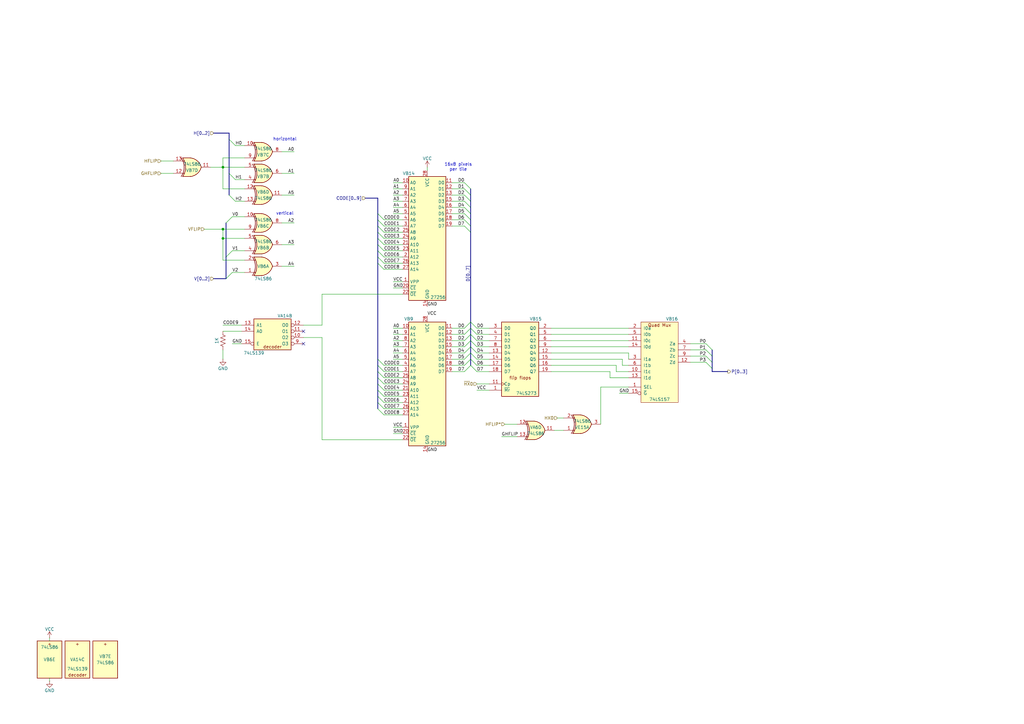
<source format=kicad_sch>
(kicad_sch (version 20231120) (generator "eeschema") (generator_version "8.0")
  (paper "A3")
  (title_block (date "2024-10-12") (company "JOTEGO") (comment 1 "Jose Tejada"))
  (lib_symbols
    (symbol "Device:R_US" (pin_numbers hide) (pin_names (offset 0))
      (property "Reference" "R" (at 2.54 0 90))
      (property "Value" "R_US" (at -2.54 0 90))
      (symbol "R_US_0_1"
        (polyline (pts (xy 0 -2.286) (xy 0 -2.54)))
        (polyline (pts (xy 0 2.286) (xy 0 2.54)))
        (polyline (pts (xy 0 -0.762) (xy 1.016 -1.143) (xy 0 -1.524) (xy -1.016 -1.905) (xy 0 -2.286)))
        (polyline (pts (xy 0 0.762) (xy 1.016 0.381) (xy 0 0) (xy -1.016 -0.381) (xy 0 -0.762)))
        (polyline (pts (xy 0 2.286) (xy 1.016 1.905) (xy 0 1.524) (xy -1.016 1.143) (xy 0 0.762)))
      )
      (symbol "R_US_1_1"
        (pin passive line (at 0 3.81 270) (length 1.27) (name "~") (number "1"))
        (pin passive line (at 0 -3.81 90) (length 1.27) (name "~") (number "2"))
      )
    )
    (symbol "Memory_EPROM:27256"
      (property "Reference" "U" (at -7.62 26.67 0))
      (property "Value" "27256" (at 2.54 -26.67 0))
      (symbol "27256_1_1"
        (rectangle (start -7.62 25.4) (end 7.62 -25.4) (stroke (width 0.254)) (fill (type background)))
        (pin input line (at -10.16 -17.78 0) (length 2.54) (name "VPP") (number "1"))
        (pin input line (at -10.16 22.86 0) (length 2.54) (name "A0") (number "10"))
        (pin tri_state line (at 10.16 22.86 180) (length 2.54) (name "D0") (number "11"))
        (pin tri_state line (at 10.16 20.32 180) (length 2.54) (name "D1") (number "12"))
        (pin tri_state line (at 10.16 17.78 180) (length 2.54) (name "D2") (number "13"))
        (pin power_in line (at 0 -27.94 90) (length 2.54) (name "GND") (number "14"))
        (pin tri_state line (at 10.16 15.24 180) (length 2.54) (name "D3") (number "15"))
        (pin tri_state line (at 10.16 12.7 180) (length 2.54) (name "D4") (number "16"))
        (pin tri_state line (at 10.16 10.16 180) (length 2.54) (name "D5") (number "17"))
        (pin tri_state line (at 10.16 7.62 180) (length 2.54) (name "D6") (number "18"))
        (pin tri_state line (at 10.16 5.08 180) (length 2.54) (name "D7") (number "19"))
        (pin input line (at -10.16 -7.62 0) (length 2.54) (name "A12") (number "2"))
        (pin input line (at -10.16 -20.32 0) (length 2.54) (name "~{CE}") (number "20"))
        (pin input line (at -10.16 -2.54 0) (length 2.54) (name "A10") (number "21"))
        (pin input line (at -10.16 -22.86 0) (length 2.54) (name "~{OE}") (number "22"))
        (pin input line (at -10.16 -5.08 0) (length 2.54) (name "A11") (number "23"))
        (pin input line (at -10.16 0 0) (length 2.54) (name "A9") (number "24"))
        (pin input line (at -10.16 2.54 0) (length 2.54) (name "A8") (number "25"))
        (pin input line (at -10.16 -10.16 0) (length 2.54) (name "A13") (number "26"))
        (pin input line (at -10.16 -12.7 0) (length 2.54) (name "A14") (number "27"))
        (pin power_in line (at 0 27.94 270) (length 2.54) (name "VCC") (number "28"))
        (pin input line (at -10.16 5.08 0) (length 2.54) (name "A7") (number "3"))
        (pin input line (at -10.16 7.62 0) (length 2.54) (name "A6") (number "4"))
        (pin input line (at -10.16 10.16 0) (length 2.54) (name "A5") (number "5"))
        (pin input line (at -10.16 12.7 0) (length 2.54) (name "A4") (number "6"))
        (pin input line (at -10.16 15.24 0) (length 2.54) (name "A3") (number "7"))
        (pin input line (at -10.16 17.78 0) (length 2.54) (name "A2") (number "8"))
        (pin input line (at -10.16 20.32 0) (length 2.54) (name "A1") (number "9"))
      )
    )
    (symbol "jt74:74LS139" (pin_names (offset 1.016))
      (property "Reference" "U" (at 6.35 6.35 0))
      (property "Value" "74LS139" (at -7.62 -8.89 0))
      (symbol "74LS139_0_0"
        (text "decoder" (at 0 -6.35 0) (effects (font (size 1.27 1.27))))
      )
      (symbol "74LS139_1_0"
        (pin input inverted (at -12.7 -5.08 0) (length 5.08) (name "E") (number "1"))
        (pin input line (at -12.7 0 0) (length 5.08) (name "A0") (number "2"))
        (pin input line (at -12.7 2.54 0) (length 5.08) (name "A1") (number "3"))
        (pin output inverted (at 12.7 2.54 180) (length 5.08) (name "O0") (number "4"))
        (pin output inverted (at 12.7 0 180) (length 5.08) (name "O1") (number "5"))
        (pin output inverted (at 12.7 -2.54 180) (length 5.08) (name "O2") (number "6"))
        (pin output inverted (at 12.7 -5.08 180) (length 5.08) (name "O3") (number "7"))
      )
      (symbol "74LS139_1_1"
        (rectangle (start -7.62 5.08) (end 7.62 -7.62) (stroke (width 0.254)) (fill (type background)))
      )
      (symbol "74LS139_2_0"
        (pin output inverted (at 12.7 -2.54 180) (length 5.08) (name "O2") (number "10"))
        (pin output inverted (at 12.7 0 180) (length 5.08) (name "O1") (number "11"))
        (pin output inverted (at 12.7 2.54 180) (length 5.08) (name "O0") (number "12"))
        (pin input line (at -12.7 2.54 0) (length 5.08) (name "A1") (number "13"))
        (pin input line (at -12.7 0 0) (length 5.08) (name "A0") (number "14"))
        (pin input inverted (at -12.7 -5.08 0) (length 5.08) (name "E") (number "15"))
        (pin output inverted (at 12.7 -5.08 180) (length 5.08) (name "O3") (number "9"))
      )
      (symbol "74LS139_2_1"
        (rectangle (start -7.62 5.08) (end 7.62 -7.62) (stroke (width 0.254)) (fill (type background)))
      )
      (symbol "74LS139_3_0"
        (pin power_in line (at 0 7.62 270) (length 5.08) hide (name "VCC") (number "16"))
        (pin power_in line (at 0 -7.62 90) (length 5.08) hide (name "VSS") (number "8"))
      )
      (symbol "74LS139_3_1"
        (rectangle (start -5.08 7.62) (end 5.08 -7.62) (stroke (width 0.254)) (fill (type background)))
        (text "+" (at 0 6.35 0) (effects (font (size 1.27 1.27))))
      )
    )
    (symbol "jt74:74LS157" (pin_names (offset 1.016))
      (property "Reference" "U" (at 5.08 16.51 0))
      (property "Value" "74LS157" (at 0 -16.51 0))
      (symbol "74LS157_0_0"
        (text "Quad Mux" (at 0 13.97 0) (effects (font (size 1.27 1.27))))
      )
      (symbol "74LS157_1_0"
        (pin input line (at -12.7 -11.43 0) (length 5.08) (name "SEL") (number "1"))
        (pin input line (at -12.7 -5.08 0) (length 5.08) (name "I1c") (number "10"))
        (pin input line (at -12.7 7.62 0) (length 5.08) (name "I0c") (number "11"))
        (pin output line (at 12.7 -1.27 180) (length 5.08) (name "Zd") (number "12"))
        (pin input line (at -12.7 -7.62 0) (length 5.08) (name "I1d") (number "13"))
        (pin input line (at -12.7 5.08 0) (length 5.08) (name "I0d") (number "14"))
        (pin input inverted (at -12.7 -13.97 0) (length 5.08) (name "~{G}") (number "15"))
        (pin input line (at -12.7 12.7 0) (length 5.08) (name "I0a") (number "2"))
        (pin input line (at -12.7 0 0) (length 5.08) (name "I1a") (number "3"))
        (pin output line (at 12.7 6.35 180) (length 5.08) (name "Za") (number "4"))
        (pin input line (at -12.7 10.16 0) (length 5.08) (name "I0b") (number "5"))
        (pin input line (at -12.7 -2.54 0) (length 5.08) (name "I1b") (number "6"))
        (pin output line (at 12.7 3.81 180) (length 5.08) (name "Zb") (number "7"))
        (pin output line (at 12.7 1.27 180) (length 5.08) (name "Zc") (number "9"))
      )
      (symbol "74LS157_1_1"
        (rectangle (start -7.62 15.24) (end 7.62 -17.78) (fill (type background)))
      )
    )
    (symbol "jt74:74LS273" (pin_names (offset 1.016))
      (property "Reference" "U" (at 6.35 16.51 0))
      (property "Value" "74LS273" (at 2.54 -13.97 0))
      (symbol "74LS273_0_0"
        (text "flip flops" (at 0 -7.62 0) (effects (font (size 1.27 1.27))))
      )
      (symbol "74LS273_1_0"
        (pin input line (at -12.7 -12.7 0) (length 5.08) (name "~{Mr}") (number "1"))
        (pin input clock (at -12.7 -10.16 0) (length 5.08) (name "Cp") (number "11"))
        (pin output line (at 12.7 2.54 180) (length 5.08) (name "Q4") (number "12"))
        (pin input line (at -12.7 2.54 0) (length 5.08) (name "D4") (number "13"))
        (pin input line (at -12.7 0 0) (length 5.08) (name "D5") (number "14"))
        (pin output line (at 12.7 0 180) (length 5.08) (name "Q5") (number "15"))
        (pin output line (at 12.7 -2.54 180) (length 5.08) (name "Q6") (number "16"))
        (pin input line (at -12.7 -2.54 0) (length 5.08) (name "D6") (number "17"))
        (pin input line (at -12.7 -5.08 0) (length 5.08) (name "D7") (number "18"))
        (pin output line (at 12.7 -5.08 180) (length 5.08) (name "Q7") (number "19"))
        (pin output line (at 12.7 12.7 180) (length 5.08) (name "Q0") (number "2"))
        (pin input line (at -12.7 12.7 0) (length 5.08) (name "D0") (number "3"))
        (pin input line (at -12.7 10.16 0) (length 5.08) (name "D1") (number "4"))
        (pin output line (at 12.7 10.16 180) (length 5.08) (name "Q1") (number "5"))
        (pin output line (at 12.7 7.62 180) (length 5.08) (name "Q2") (number "6"))
        (pin input line (at -12.7 7.62 0) (length 5.08) (name "D2") (number "7"))
        (pin input line (at -12.7 5.08 0) (length 5.08) (name "D3") (number "8"))
        (pin output line (at 12.7 5.08 180) (length 5.08) (name "Q3") (number "9"))
      )
      (symbol "74LS273_1_1"
        (rectangle (start -7.62 15.24) (end 7.62 -15.24) (stroke (width 0.254)) (fill (type background)))
      )
    )
    (symbol "jt74:74LS86" (pin_names (offset 1.016))
      (property "Reference" "U" (at 0 1.27 0))
      (property "Value" "74LS86" (at 0 -1.27 0))
      (symbol "74LS86_1_0"
        (arc (start -4.4196 -3.81) (mid -3.2033 0) (end -4.4196 3.81) (stroke (width 0.254)))
        (arc (start -3.81 -3.81) (mid -2.589 0) (end -3.81 3.81) (stroke (width 0.254)))
        (arc (start -0.6096 -3.81) (mid 2.1842 -2.5851) (end 3.81 0) (stroke (width 0.254)) (fill (type background)))
        (polyline (pts (xy -3.81 -3.81) (xy -0.635 -3.81)) (stroke (width 0.254)) (fill (type background)))
        (polyline (pts (xy -3.81 3.81) (xy -0.635 3.81)) (stroke (width 0.254)) (fill (type background)))
        (polyline (pts (xy -0.635 3.81) (xy -3.81 3.81) (xy -3.81 3.81) (xy -3.556 3.4036) (xy -3.0226 2.2606) (xy -2.6924 1.0414) (xy -2.6162 -0.254) (xy -2.7686 -1.4986) (xy -3.175 -2.7178) (xy -3.81 -3.81) (xy -3.81 -3.81) (xy -0.635 -3.81)) (stroke (width -25.4)) (fill (type background)))
        (arc (start 3.81 0) (mid 2.1915 2.5936) (end -0.6096 3.81) (stroke (width 0.254)) (fill (type background)))
        (pin input line (at -7.62 2.54 0) (length 4.445) (name "~") (number "1"))
        (pin input line (at -7.62 -2.54 0) (length 4.445) (name "~") (number "2"))
        (pin output line (at 7.62 0 180) (length 3.81) (name "~") (number "3"))
      )
      (symbol "74LS86_1_1"
        (polyline (pts (xy -3.81 -2.54) (xy -3.175 -2.54)) (stroke (width 0.1524)))
        (polyline (pts (xy -3.81 2.54) (xy -3.175 2.54)) (stroke (width 0.1524)))
      )
      (symbol "74LS86_2_0"
        (arc (start -4.4196 -3.81) (mid -3.2033 0) (end -4.4196 3.81) (stroke (width 0.254)))
        (arc (start -3.81 -3.81) (mid -2.589 0) (end -3.81 3.81) (stroke (width 0.254)))
        (arc (start -0.6096 -3.81) (mid 2.1842 -2.5851) (end 3.81 0) (stroke (width 0.254)) (fill (type background)))
        (polyline (pts (xy -3.81 -3.81) (xy -0.635 -3.81)) (stroke (width 0.254)) (fill (type background)))
        (polyline (pts (xy -3.81 3.81) (xy -0.635 3.81)) (stroke (width 0.254)) (fill (type background)))
        (polyline (pts (xy -0.635 3.81) (xy -3.81 3.81) (xy -3.81 3.81) (xy -3.556 3.4036) (xy -3.0226 2.2606) (xy -2.6924 1.0414) (xy -2.6162 -0.254) (xy -2.7686 -1.4986) (xy -3.175 -2.7178) (xy -3.81 -3.81) (xy -3.81 -3.81) (xy -0.635 -3.81)) (stroke (width -25.4)) (fill (type background)))
        (arc (start 3.81 0) (mid 2.1915 2.5936) (end -0.6096 3.81) (stroke (width 0.254)) (fill (type background)))
        (pin input line (at -7.62 2.54 0) (length 4.445) (name "~") (number "4"))
        (pin input line (at -7.62 -2.54 0) (length 4.445) (name "~") (number "5"))
        (pin output line (at 7.62 0 180) (length 3.81) (name "~") (number "6"))
      )
      (symbol "74LS86_2_1"
        (polyline (pts (xy -3.81 -2.54) (xy -3.175 -2.54)) (stroke (width 0.1524)))
        (polyline (pts (xy -3.81 2.54) (xy -3.175 2.54)) (stroke (width 0.1524)))
      )
      (symbol "74LS86_3_0"
        (arc (start -4.4196 -3.81) (mid -3.2033 0) (end -4.4196 3.81) (stroke (width 0.254)))
        (arc (start -3.81 -3.81) (mid -2.589 0) (end -3.81 3.81) (stroke (width 0.254)))
        (arc (start -0.6096 -3.81) (mid 2.1842 -2.5851) (end 3.81 0) (stroke (width 0.254)) (fill (type background)))
        (polyline (pts (xy -3.81 -3.81) (xy -0.635 -3.81)) (stroke (width 0.254)) (fill (type background)))
        (polyline (pts (xy -3.81 3.81) (xy -0.635 3.81)) (stroke (width 0.254)) (fill (type background)))
        (polyline (pts (xy -0.635 3.81) (xy -3.81 3.81) (xy -3.81 3.81) (xy -3.556 3.4036) (xy -3.0226 2.2606) (xy -2.6924 1.0414) (xy -2.6162 -0.254) (xy -2.7686 -1.4986) (xy -3.175 -2.7178) (xy -3.81 -3.81) (xy -3.81 -3.81) (xy -0.635 -3.81)) (stroke (width -25.4)) (fill (type background)))
        (arc (start 3.81 0) (mid 2.1915 2.5936) (end -0.6096 3.81) (stroke (width 0.254)) (fill (type background)))
        (pin input line (at -7.62 -2.54 0) (length 4.445) (name "~") (number "10"))
        (pin output line (at 7.62 0 180) (length 3.81) (name "~") (number "8"))
        (pin input line (at -7.62 2.54 0) (length 4.445) (name "~") (number "9"))
      )
      (symbol "74LS86_3_1"
        (polyline (pts (xy -3.81 -2.54) (xy -3.175 -2.54)) (stroke (width 0.1524)))
        (polyline (pts (xy -3.81 2.54) (xy -3.175 2.54)) (stroke (width 0.1524)))
      )
      (symbol "74LS86_4_0"
        (arc (start -4.4196 -3.81) (mid -3.2033 0) (end -4.4196 3.81) (stroke (width 0.254)))
        (arc (start -3.81 -3.81) (mid -2.589 0) (end -3.81 3.81) (stroke (width 0.254)))
        (arc (start -0.6096 -3.81) (mid 2.1842 -2.5851) (end 3.81 0) (stroke (width 0.254)) (fill (type background)))
        (polyline (pts (xy -3.81 -3.81) (xy -0.635 -3.81)) (stroke (width 0.254)) (fill (type background)))
        (polyline (pts (xy -3.81 3.81) (xy -0.635 3.81)) (stroke (width 0.254)) (fill (type background)))
        (polyline (pts (xy -0.635 3.81) (xy -3.81 3.81) (xy -3.81 3.81) (xy -3.556 3.4036) (xy -3.0226 2.2606) (xy -2.6924 1.0414) (xy -2.6162 -0.254) (xy -2.7686 -1.4986) (xy -3.175 -2.7178) (xy -3.81 -3.81) (xy -3.81 -3.81) (xy -0.635 -3.81)) (stroke (width -25.4)) (fill (type background)))
        (arc (start 3.81 0) (mid 2.1915 2.5936) (end -0.6096 3.81) (stroke (width 0.254)) (fill (type background)))
        (pin output line (at 7.62 0 180) (length 3.81) (name "~") (number "11"))
        (pin input line (at -7.62 2.54 0) (length 4.445) (name "~") (number "12"))
        (pin input line (at -7.62 -2.54 0) (length 4.445) (name "~") (number "13"))
      )
      (symbol "74LS86_4_1"
        (polyline (pts (xy -3.81 -2.54) (xy -3.175 -2.54)) (stroke (width 0.1524)))
        (polyline (pts (xy -3.81 2.54) (xy -3.175 2.54)) (stroke (width 0.1524)))
      )
      (symbol "74LS86_5_0"
        (pin power_in line (at 0 7.62 270) (length 5.08) hide (name "VCC") (number "14"))
        (pin power_in line (at 0 -7.62 90) (length 5.08) hide (name "VSS") (number "7"))
      )
      (symbol "74LS86_5_1"
        (rectangle (start -5.08 7.62) (end 5.08 -7.62) (stroke (width 0.254)) (fill (type background)))
        (text "+" (at 0 6.35 0) (effects (font (size 1.27 1.27))))
      )
    )
    (symbol "power:GND" (power) (pin_numbers hide) (pin_names (offset 0) hide)
      (property "Value" "GND" (at 0 -3.81 0))
      (symbol "GND_0_1"
        (polyline (pts (xy 0 0) (xy 0 -1.27) (xy 1.27 -1.27) (xy 0 -2.54) (xy -1.27 -1.27) (xy 0 -1.27)))
      )
      (symbol "GND_1_1"
        (pin power_in line (at 0 0 270) (length 0) (name "~") (number "1"))
      )
    )
    (symbol "power:VCC" (power) (pin_numbers hide) (pin_names (offset 0) hide)
      (property "Value" "VCC" (at 0 3.556 0))
      (symbol "VCC_0_1"
        (polyline (pts (xy -0.762 1.27) (xy 0 2.54)))
        (polyline (pts (xy 0 0) (xy 0 2.54)))
        (polyline (pts (xy 0 2.54) (xy 0.762 1.27)))
      )
      (symbol "VCC_1_1"
        (pin power_in line (at 0 0 90) (length 0) (name "~") (number "1"))
      )
    )
  )
  (junction (at 91.44 97.79))
  (junction (at 91.44 93.98))
  (junction (at 91.44 68.58))
  (no_connect (at 124.46 135.89))
  (no_connect (at 124.46 140.97))
  (bus_entry (at 195.58 144.78) (size -2.54 -2.54))
  (bus_entry (at 154.94 92.71) (size 2.54 2.54))
  (bus_entry (at 154.94 165.1) (size 2.54 2.54))
  (bus_entry (at 190.5 85.09) (size 2.54 2.54))
  (bus_entry (at 190.5 77.47) (size 2.54 2.54))
  (bus_entry (at 154.94 97.79) (size 2.54 2.54))
  (bus_entry (at 190.5 92.71) (size 2.54 2.54))
  (bus_entry (at 154.94 152.4) (size 2.54 2.54))
  (bus_entry (at 92.71 114.3) (size 2.54 -2.54))
  (bus_entry (at 190.5 82.55) (size 2.54 2.54))
  (bus_entry (at 190.5 152.4) (size 2.54 -2.54))
  (bus_entry (at 195.58 152.4) (size -2.54 -2.54))
  (bus_entry (at 190.5 142.24) (size 2.54 -2.54))
  (bus_entry (at 154.94 167.64) (size 2.54 2.54))
  (bus_entry (at 195.58 139.7) (size -2.54 -2.54))
  (bus_entry (at 190.5 74.93) (size 2.54 2.54))
  (bus_entry (at 154.94 107.95) (size 2.54 2.54))
  (bus_entry (at 93.98 57.15) (size 2.54 2.54))
  (bus_entry (at 190.5 90.17) (size 2.54 2.54))
  (bus_entry (at 154.94 154.94) (size 2.54 2.54))
  (bus_entry (at 190.5 137.16) (size 2.54 -2.54))
  (bus_entry (at 154.94 147.32) (size 2.54 2.54))
  (bus_entry (at 154.94 90.17) (size 2.54 2.54))
  (bus_entry (at 195.58 149.86) (size -2.54 -2.54))
  (bus_entry (at 289.56 146.05) (size 2.54 2.54))
  (bus_entry (at 93.98 80.01) (size 2.54 2.54))
  (bus_entry (at 154.94 105.41) (size 2.54 2.54))
  (bus_entry (at 190.5 139.7) (size 2.54 -2.54))
  (bus_entry (at 190.5 149.86) (size 2.54 -2.54))
  (bus_entry (at 93.98 71.12) (size 2.54 2.54))
  (bus_entry (at 154.94 160.02) (size 2.54 2.54))
  (bus_entry (at 190.5 147.32) (size 2.54 -2.54))
  (bus_entry (at 195.58 134.62) (size -2.54 -2.54))
  (bus_entry (at 195.58 137.16) (size -2.54 -2.54))
  (bus_entry (at 92.71 91.44) (size 2.54 -2.54))
  (bus_entry (at 154.94 162.56) (size 2.54 2.54))
  (bus_entry (at 154.94 87.63) (size 2.54 2.54))
  (bus_entry (at 154.94 102.87) (size 2.54 2.54))
  (bus_entry (at 289.56 140.97) (size 2.54 2.54))
  (bus_entry (at 190.5 134.62) (size 2.54 -2.54))
  (bus_entry (at 154.94 95.25) (size 2.54 2.54))
  (bus_entry (at 289.56 143.51) (size 2.54 2.54))
  (bus_entry (at 289.56 148.59) (size 2.54 2.54))
  (bus_entry (at 154.94 149.86) (size 2.54 2.54))
  (bus_entry (at 92.71 105.41) (size 2.54 -2.54))
  (bus_entry (at 195.58 142.24) (size -2.54 -2.54))
  (bus_entry (at 190.5 144.78) (size 2.54 -2.54))
  (bus_entry (at 195.58 147.32) (size -2.54 -2.54))
  (bus_entry (at 190.5 80.01) (size 2.54 2.54))
  (bus_entry (at 190.5 87.63) (size 2.54 2.54))
  (bus_entry (at 154.94 100.33) (size 2.54 2.54))
  (bus_entry (at 154.94 157.48) (size 2.54 2.54))
  (wire (pts (xy 200.66 152.4) (xy 195.58 152.4)))
  (wire (pts (xy 124.46 138.43) (xy 132.08 138.43)))
  (wire (pts (xy 185.42 142.24) (xy 190.5 142.24)))
  (wire (pts (xy 226.06 137.16) (xy 257.81 137.16)))
  (bus (pts (xy 154.94 100.33) (xy 154.94 97.79)))
  (wire (pts (xy 91.44 106.68) (xy 100.33 106.68)))
  (wire (pts (xy 157.48 110.49) (xy 165.1 110.49)))
  (bus (pts (xy 92.71 105.41) (xy 92.71 114.3)))
  (wire (pts (xy 20.32 279.4) (xy 20.32 278.13)))
  (wire (pts (xy 161.29 85.09) (xy 165.1 85.09)))
  (bus (pts (xy 154.94 149.86) (xy 154.94 147.32)))
  (wire (pts (xy 283.21 143.51) (xy 289.56 143.51)))
  (wire (pts (xy 161.29 139.7) (xy 165.1 139.7)))
  (wire (pts (xy 161.29 137.16) (xy 165.1 137.16)))
  (wire (pts (xy 185.42 134.62) (xy 190.5 134.62)))
  (bus (pts (xy 154.94 162.56) (xy 154.94 160.02)))
  (wire (pts (xy 226.06 139.7) (xy 257.81 139.7)))
  (wire (pts (xy 283.21 140.97) (xy 289.56 140.97)))
  (wire (pts (xy 161.29 77.47) (xy 165.1 77.47)))
  (bus (pts (xy 154.94 167.64) (xy 154.94 165.1)))
  (wire (pts (xy 175.26 68.58) (xy 175.26 69.85)))
  (wire (pts (xy 185.42 77.47) (xy 190.5 77.47)))
  (bus (pts (xy 93.98 54.61) (xy 87.63 54.61)))
  (bus (pts (xy 193.04 90.17) (xy 193.04 92.71)))
  (wire (pts (xy 200.66 144.78) (xy 195.58 144.78)))
  (bus (pts (xy 154.94 157.48) (xy 154.94 154.94)))
  (wire (pts (xy 91.44 93.98) (xy 91.44 97.79)))
  (bus (pts (xy 93.98 57.15) (xy 93.98 54.61)))
  (wire (pts (xy 226.06 134.62) (xy 257.81 134.62)))
  (wire (pts (xy 212.09 179.07) (xy 205.74 179.07)))
  (wire (pts (xy 200.66 139.7) (xy 195.58 139.7)))
  (bus (pts (xy 292.1 146.05) (xy 292.1 148.59)))
  (bus (pts (xy 93.98 80.01) (xy 93.98 71.12)))
  (wire (pts (xy 96.52 73.66) (xy 100.33 73.66)))
  (wire (pts (xy 115.57 109.22) (xy 120.65 109.22)))
  (wire (pts (xy 91.44 64.77) (xy 91.44 68.58)))
  (wire (pts (xy 161.29 142.24) (xy 165.1 142.24)))
  (wire (pts (xy 132.08 120.65) (xy 132.08 133.35)))
  (wire (pts (xy 185.42 147.32) (xy 190.5 147.32)))
  (bus (pts (xy 154.94 97.79) (xy 154.94 95.25)))
  (wire (pts (xy 115.57 62.23) (xy 120.65 62.23)))
  (wire (pts (xy 161.29 177.8) (xy 165.1 177.8)))
  (wire (pts (xy 257.81 144.78) (xy 257.81 147.32)))
  (bus (pts (xy 193.04 77.47) (xy 193.04 80.01)))
  (bus (pts (xy 193.04 134.62) (xy 193.04 137.16)))
  (wire (pts (xy 157.48 170.18) (xy 165.1 170.18)))
  (bus (pts (xy 87.63 114.3) (xy 92.71 114.3)))
  (wire (pts (xy 185.42 90.17) (xy 190.5 90.17)))
  (bus (pts (xy 154.94 160.02) (xy 154.94 157.48)))
  (bus (pts (xy 154.94 154.94) (xy 154.94 152.4)))
  (wire (pts (xy 226.06 152.4) (xy 250.19 152.4)))
  (wire (pts (xy 95.25 102.87) (xy 100.33 102.87)))
  (wire (pts (xy 255.27 147.32) (xy 255.27 149.86)))
  (wire (pts (xy 157.48 90.17) (xy 165.1 90.17)))
  (wire (pts (xy 95.25 88.9) (xy 100.33 88.9)))
  (wire (pts (xy 157.48 107.95) (xy 165.1 107.95)))
  (bus (pts (xy 292.1 152.4) (xy 298.45 152.4)))
  (bus (pts (xy 149.86 81.28) (xy 154.94 81.28)))
  (wire (pts (xy 157.48 160.02) (xy 165.1 160.02)))
  (bus (pts (xy 292.1 143.51) (xy 292.1 146.05)))
  (bus (pts (xy 154.94 107.95) (xy 154.94 147.32)))
  (wire (pts (xy 283.21 148.59) (xy 289.56 148.59)))
  (bus (pts (xy 193.04 85.09) (xy 193.04 87.63)))
  (wire (pts (xy 91.44 68.58) (xy 91.44 77.47)))
  (bus (pts (xy 154.94 92.71) (xy 154.94 90.17)))
  (wire (pts (xy 91.44 97.79) (xy 91.44 106.68)))
  (wire (pts (xy 226.06 147.32) (xy 255.27 147.32)))
  (bus (pts (xy 193.04 139.7) (xy 193.04 142.24)))
  (wire (pts (xy 226.06 144.78) (xy 257.81 144.78)))
  (wire (pts (xy 161.29 147.32) (xy 165.1 147.32)))
  (wire (pts (xy 157.48 92.71) (xy 165.1 92.71)))
  (wire (pts (xy 91.44 147.32) (xy 91.44 143.51)))
  (wire (pts (xy 132.08 180.34) (xy 165.1 180.34)))
  (bus (pts (xy 154.94 81.28) (xy 154.94 87.63)))
  (bus (pts (xy 193.04 137.16) (xy 193.04 139.7)))
  (bus (pts (xy 193.04 132.08) (xy 193.04 134.62)))
  (wire (pts (xy 157.48 95.25) (xy 165.1 95.25)))
  (wire (pts (xy 228.6 171.45) (xy 231.14 171.45)))
  (wire (pts (xy 207.01 173.99) (xy 212.09 173.99)))
  (wire (pts (xy 91.44 133.35) (xy 99.06 133.35)))
  (wire (pts (xy 161.29 87.63) (xy 165.1 87.63)))
  (wire (pts (xy 91.44 97.79) (xy 100.33 97.79)))
  (bus (pts (xy 92.71 91.44) (xy 92.71 105.41)))
  (wire (pts (xy 157.48 167.64) (xy 165.1 167.64)))
  (wire (pts (xy 226.06 149.86) (xy 252.73 149.86)))
  (wire (pts (xy 157.48 102.87) (xy 165.1 102.87)))
  (wire (pts (xy 157.48 154.94) (xy 165.1 154.94)))
  (wire (pts (xy 200.66 147.32) (xy 195.58 147.32)))
  (wire (pts (xy 157.48 100.33) (xy 165.1 100.33)))
  (wire (pts (xy 161.29 80.01) (xy 165.1 80.01)))
  (wire (pts (xy 185.42 152.4) (xy 190.5 152.4)))
  (wire (pts (xy 115.57 71.12) (xy 120.65 71.12)))
  (wire (pts (xy 165.1 120.65) (xy 132.08 120.65)))
  (bus (pts (xy 193.04 147.32) (xy 193.04 149.86)))
  (wire (pts (xy 200.66 149.86) (xy 195.58 149.86)))
  (wire (pts (xy 185.42 82.55) (xy 190.5 82.55)))
  (bus (pts (xy 93.98 71.12) (xy 93.98 57.15)))
  (wire (pts (xy 200.66 134.62) (xy 195.58 134.62)))
  (bus (pts (xy 292.1 151.13) (xy 292.1 152.4)))
  (wire (pts (xy 161.29 74.93) (xy 165.1 74.93)))
  (wire (pts (xy 66.04 66.04) (xy 71.12 66.04)))
  (wire (pts (xy 115.57 91.44) (xy 120.65 91.44)))
  (wire (pts (xy 255.27 149.86) (xy 257.81 149.86)))
  (wire (pts (xy 246.38 173.99) (xy 246.38 158.75)))
  (wire (pts (xy 157.48 105.41) (xy 165.1 105.41)))
  (bus (pts (xy 193.04 92.71) (xy 193.04 95.25)))
  (bus (pts (xy 193.04 87.63) (xy 193.04 90.17)))
  (wire (pts (xy 157.48 152.4) (xy 165.1 152.4)))
  (bus (pts (xy 292.1 148.59) (xy 292.1 151.13)))
  (wire (pts (xy 95.25 140.97) (xy 99.06 140.97)))
  (wire (pts (xy 95.25 111.76) (xy 100.33 111.76)))
  (bus (pts (xy 154.94 165.1) (xy 154.94 162.56)))
  (wire (pts (xy 185.42 80.01) (xy 190.5 80.01)))
  (wire (pts (xy 161.29 115.57) (xy 165.1 115.57)))
  (wire (pts (xy 185.42 149.86) (xy 190.5 149.86)))
  (wire (pts (xy 161.29 118.11) (xy 165.1 118.11)))
  (wire (pts (xy 185.42 92.71) (xy 190.5 92.71)))
  (bus (pts (xy 154.94 90.17) (xy 154.94 87.63)))
  (bus (pts (xy 154.94 107.95) (xy 154.94 105.41)))
  (wire (pts (xy 86.36 68.58) (xy 91.44 68.58)))
  (bus (pts (xy 154.94 152.4) (xy 154.94 149.86)))
  (wire (pts (xy 83.82 93.98) (xy 91.44 93.98)))
  (wire (pts (xy 91.44 68.58) (xy 100.33 68.58)))
  (wire (pts (xy 157.48 165.1) (xy 165.1 165.1)))
  (bus (pts (xy 193.04 82.55) (xy 193.04 85.09)))
  (wire (pts (xy 200.66 142.24) (xy 195.58 142.24)))
  (wire (pts (xy 185.42 85.09) (xy 190.5 85.09)))
  (wire (pts (xy 161.29 82.55) (xy 165.1 82.55)))
  (wire (pts (xy 91.44 135.89) (xy 99.06 135.89)))
  (wire (pts (xy 96.52 59.69) (xy 100.33 59.69)))
  (wire (pts (xy 157.48 149.86) (xy 165.1 149.86)))
  (wire (pts (xy 195.58 160.02) (xy 200.66 160.02)))
  (wire (pts (xy 283.21 146.05) (xy 289.56 146.05)))
  (wire (pts (xy 115.57 100.33) (xy 120.65 100.33)))
  (wire (pts (xy 115.57 80.01) (xy 120.65 80.01)))
  (wire (pts (xy 185.42 74.93) (xy 190.5 74.93)))
  (wire (pts (xy 66.04 71.12) (xy 71.12 71.12)))
  (wire (pts (xy 252.73 149.86) (xy 252.73 152.4)))
  (wire (pts (xy 227.33 176.53) (xy 231.14 176.53)))
  (bus (pts (xy 193.04 144.78) (xy 193.04 147.32)))
  (bus (pts (xy 193.04 95.25) (xy 193.04 132.08)))
  (wire (pts (xy 250.19 154.94) (xy 257.81 154.94)))
  (wire (pts (xy 124.46 133.35) (xy 132.08 133.35)))
  (wire (pts (xy 185.42 137.16) (xy 190.5 137.16)))
  (wire (pts (xy 161.29 134.62) (xy 165.1 134.62)))
  (wire (pts (xy 132.08 138.43) (xy 132.08 180.34)))
  (wire (pts (xy 246.38 158.75) (xy 257.81 158.75)))
  (wire (pts (xy 157.48 157.48) (xy 165.1 157.48)))
  (wire (pts (xy 195.58 157.48) (xy 200.66 157.48)))
  (bus (pts (xy 193.04 142.24) (xy 193.04 144.78)))
  (bus (pts (xy 154.94 102.87) (xy 154.94 100.33)))
  (wire (pts (xy 91.44 64.77) (xy 100.33 64.77)))
  (wire (pts (xy 226.06 142.24) (xy 257.81 142.24)))
  (wire (pts (xy 185.42 144.78) (xy 190.5 144.78)))
  (wire (pts (xy 250.19 152.4) (xy 250.19 154.94)))
  (wire (pts (xy 20.32 261.62) (xy 20.32 262.89)))
  (bus (pts (xy 193.04 80.01) (xy 193.04 82.55)))
  (wire (pts (xy 96.52 82.55) (xy 100.33 82.55)))
  (wire (pts (xy 254 161.29) (xy 257.81 161.29)))
  (wire (pts (xy 185.42 87.63) (xy 190.5 87.63)))
  (wire (pts (xy 157.48 162.56) (xy 165.1 162.56)))
  (bus (pts (xy 154.94 105.41) (xy 154.94 102.87)))
  (bus (pts (xy 154.94 95.25) (xy 154.94 92.71)))
  (wire (pts (xy 185.42 139.7) (xy 190.5 139.7)))
  (wire (pts (xy 161.29 144.78) (xy 165.1 144.78)))
  (wire (pts (xy 252.73 152.4) (xy 257.81 152.4)))
  (wire (pts (xy 161.29 175.26) (xy 165.1 175.26)))
  (wire (pts (xy 200.66 137.16) (xy 195.58 137.16)))
  (wire (pts (xy 91.44 93.98) (xy 100.33 93.98)))
  (wire (pts (xy 157.48 97.79) (xy 165.1 97.79)))
  (wire (pts (xy 91.44 77.47) (xy 100.33 77.47)))
  (text "horizontal" (at 116.84 57.15 0) (effects (font (size 1.27 1.27))))
  (text "vertical" (at 116.84 87.63 0) (effects (font (size 1.27 1.27))))
  (text "16x8 pixels\nper tile" (at 187.96 68.58 0) (effects (font (size 1.27 1.27))))
  (label "VCC" (at 161.29 175.26 0))
  (label "GND" (at 161.29 177.8 0))
  (label "A3" (at 120.65 100.33 180))
  (label "CODE1" (at 157.48 152.4 0))
  (label "CODE0" (at 157.48 90.17 0))
  (label "CODE7" (at 157.48 167.64 0))
  (label "D2" (at 195.58 139.7 0))
  (label "A3" (at 161.29 82.55 0))
  (label "CODE2" (at 157.48 154.94 0))
  (label "D3" (at 190.5 82.55 180))
  (label "D2" (at 190.5 80.01 180))
  (label "CODE4" (at 157.48 100.33 0))
  (label "A0" (at 120.65 62.23 180))
  (label "A1" (at 120.65 71.12 180))
  (label "P2" (at 289.56 146.05 180))
  (label "D5" (at 190.5 87.63 180))
  (label "CODE8" (at 157.48 110.49 0))
  (label "A2" (at 161.29 80.01 0))
  (label "D6" (at 190.5 149.86 180))
  (label "CODE7" (at 157.48 107.95 0))
  (label "D1" (at 195.58 137.16 0))
  (label "P1" (at 289.56 143.51 180))
  (label "CODE8" (at 157.48 170.18 0))
  (label "V1" (at 95.25 102.87 0))
  (label "CODE6" (at 157.48 105.41 0))
  (label "D[0..7]" (at 193.04 115.57 90))
  (label "D4" (at 195.58 144.78 0))
  (label "D3" (at 190.5 142.24 180))
  (label "P3" (at 289.56 148.59 180))
  (label "A4" (at 120.65 109.22 180))
  (label "A5" (at 120.65 80.01 180))
  (label "H2" (at 96.52 82.55 0))
  (label "CODE6" (at 157.48 165.1 0))
  (label "VCC" (at 161.29 115.57 0))
  (label "V2" (at 95.25 111.76 0))
  (label "CODE1" (at 157.48 92.71 0))
  (label "VCC" (at 195.58 160.02 0))
  (label "D7" (at 195.58 152.4 0))
  (label "GND" (at 95.25 140.97 0))
  (label "D7" (at 190.5 152.4 180))
  (label "D0" (at 190.5 74.93 180))
  (label "CODE3" (at 157.48 157.48 0))
  (label "A4" (at 161.29 144.78 0))
  (label "A1" (at 161.29 137.16 0))
  (label "D3" (at 195.58 142.24 0))
  (label "CODE9" (at 91.44 133.35 0))
  (label "D4" (at 190.5 85.09 180))
  (label "A4" (at 161.29 85.09 0))
  (label "D6" (at 190.5 90.17 180))
  (label "CODE5" (at 157.48 102.87 0))
  (label "D0" (at 195.58 134.62 0))
  (label "A5" (at 161.29 147.32 0))
  (label "V0" (at 95.25 88.9 0))
  (label "GND" (at 175.26 185.42 0))
  (label "D2" (at 190.5 139.7 180))
  (label "GND" (at 161.29 118.11 0))
  (label "A0" (at 161.29 74.93 0))
  (label "H1" (at 96.52 73.66 0))
  (label "A0" (at 161.29 134.62 0))
  (label "D6" (at 195.58 149.86 0))
  (label "H0" (at 96.52 59.69 0))
  (label "D4" (at 190.5 144.78 180))
  (label "D7" (at 190.5 92.71 180))
  (label "CODE5" (at 157.48 162.56 0))
  (label "VCC" (at 175.26 129.54 0))
  (label "GND" (at 175.26 125.73 0))
  (label "D5" (at 190.5 147.32 180))
  (label "A3" (at 161.29 142.24 0))
  (label "CODE4" (at 157.48 160.02 0))
  (label "D1" (at 190.5 137.16 180))
  (label "GHFLIP" (at 205.74 179.07 0))
  (label "A2" (at 120.65 91.44 180))
  (label "A2" (at 161.29 139.7 0))
  (label "CODE2" (at 157.48 95.25 0))
  (label "D1" (at 190.5 77.47 180))
  (label "P0" (at 289.56 140.97 180))
  (label "D5" (at 195.58 147.32 0))
  (label "CODE0" (at 157.48 149.86 0))
  (label "GND" (at 254 161.29 0))
  (label "D0" (at 190.5 134.62 180))
  (label "CODE3" (at 157.48 97.79 0))
  (label "A5" (at 161.29 87.63 0))
  (label "A1" (at 161.29 77.47 0))
  (hierarchical_label "VFLIP" (shape input) (at 83.82 93.98 180))
  (hierarchical_label "V[0..2]" (shape input) (at 87.63 114.3 180))
  (hierarchical_label "P[0..3]" (shape output) (at 298.45 152.4 0))
  (hierarchical_label "HFLIP" (shape input) (at 66.04 66.04 180))
  (hierarchical_label "HX0" (shape input) (at 228.6 171.45 180))
  (hierarchical_label "CODE[0..9]" (shape input) (at 149.86 81.28 180))
  (hierarchical_label "GHFLIP" (shape input) (at 66.04 71.12 180))
  (hierarchical_label "H[0..2]" (shape input) (at 87.63 54.61 180))
  (hierarchical_label "HFLIP*" (shape input) (at 207.01 173.99 180))
  (hierarchical_label "~{HX}0" (shape input) (at 195.58 157.48 180))
  (symbol (lib_id "jt74:74LS86") (at 107.95 109.22 0) (mirror x) (unit 1)
    (property "Reference" "VB6" (at 107.95 109.22 0))
    (property "Value" "74LS86" (at 107.95 114.3 0))
    (property "Datasheet" "74xx/74ls86.pdf" (effects (hide yes)))
    (property "Description" "Quad 2-input XOR" (effects (hide yes)))
  )
  (symbol (lib_id "jt74:74LS86") (at 78.74 68.58 0) (mirror x) (unit 4)
    (property "Reference" "VB7" (at 78.74 69.85 0))
    (property "Value" "74LS86" (at 78.74 67.31 0))
    (property "Datasheet" "74xx/74ls86.pdf" (effects (hide yes)))
    (property "Description" "Quad 2-input XOR" (effects (hide yes)))
  )
  (symbol (lib_id "jt74:74LS86") (at 107.95 100.33 0) (mirror x) (unit 2)
    (property "Reference" "VB6" (at 107.95 101.6 0))
    (property "Value" "74LS86" (at 107.95 99.06 0))
    (property "Datasheet" "74xx/74ls86.pdf" (effects (hide yes)))
    (property "Description" "Quad 2-input XOR" (effects (hide yes)))
  )
  (symbol (lib_id "power:GND") (at 20.32 279.4 0) (unit 1)
    (property "Reference" "#PWR075" (effects (hide yes)))
    (property "Value" "GND" (at 20.32 283.21 0))
    (property "Description" "Power symbol creates a global label with name \"GND\" , ground" (effects (hide yes)))
  )
  (symbol (lib_id "jt74:74LS86") (at 43.18 270.51 0) (unit 5)
    (property "Reference" "VB7" (at 43.18 269.24 0))
    (property "Value" "74LS86" (at 43.18 271.78 0))
    (property "Datasheet" "74xx/74ls86.pdf" (effects (hide yes)))
    (property "Description" "Quad 2-input XOR" (effects (hide yes)))
  )
  (symbol (lib_id "jt74:74LS157") (at 270.51 147.32 0) (unit 1)
    (property "Reference" "VB16" (at 275.59 130.81 0))
    (property "Value" "74LS157" (at 270.51 163.83 0))
    (property "Datasheet" "https://www.alldatasheet.com/datasheet-pdf/pdf/27402/TI/74LS157.html" (effects (hide yes)))
    (property "Description" "Quad 2 to 1 line Multiplexer" (effects (hide yes)))
  )
  (symbol (lib_id "jt74:74LS86") (at 107.95 71.12 0) (mirror x) (unit 2)
    (property "Reference" "VB7" (at 107.95 72.39 0))
    (property "Value" "74LS86" (at 107.95 69.85 0))
    (property "Datasheet" "74xx/74ls86.pdf" (effects (hide yes)))
    (property "Description" "Quad 2-input XOR" (effects (hide yes)))
  )
  (symbol (lib_id "power:VCC") (at 20.32 261.62 0) (unit 1)
    (property "Reference" "#PWR074" (effects (hide yes)))
    (property "Value" "VCC" (at 20.32 258.064 0))
    (property "Description" "Power symbol creates a global label with name \"VCC\"" (effects (hide yes)))
  )
  (symbol (lib_id "jt74:74LS273") (at 213.36 147.32 0) (unit 1)
    (property "Reference" "VB15" (at 219.71 130.81 0))
    (property "Value" "74LS273" (at 215.9 161.29 0))
    (property "Datasheet" "http://www.ti.com/lit/gpn/sn74LS273" (effects (hide yes)))
    (property "Description" "8-bit D Flip-Flop, reset" (effects (hide yes)))
  )
  (symbol (lib_id "jt74:74LS86") (at 238.76 173.99 0) (mirror x) (unit 1)
    (property "Reference" "VE15" (at 238.76 175.26 0))
    (property "Value" "74LS86" (at 238.76 172.72 0))
    (property "Datasheet" "74xx/74ls86.pdf" (effects (hide yes)))
    (property "Description" "Quad 2-input XOR" (effects (hide yes)))
  )
  (symbol (lib_id "jt74:74LS86") (at 107.95 62.23 0) (mirror x) (unit 3)
    (property "Reference" "VB7" (at 107.95 63.5 0))
    (property "Value" "74LS86" (at 107.95 60.96 0))
    (property "Datasheet" "74xx/74ls86.pdf" (effects (hide yes)))
    (property "Description" "Quad 2-input XOR" (effects (hide yes)))
  )
  (symbol (lib_id "power:GND") (at 91.44 147.32 0) (unit 1)
    (property "Reference" "#PWR015" (effects (hide yes)))
    (property "Value" "GND" (at 91.44 151.13 0))
    (property "Description" "Power symbol creates a global label with name \"GND\" , ground" (effects (hide yes)))
  )
  (symbol (lib_id "jt74:74LS86") (at 20.32 270.51 0) (unit 5)
    (property "Reference" "VB6" (at 20.32 270.51 0))
    (property "Value" "74LS86" (at 20.32 265.43 0))
    (property "Datasheet" "74xx/74ls86.pdf" (effects (hide yes)))
    (property "Description" "Quad 2-input XOR" (effects (hide yes)))
  )
  (symbol (lib_id "jt74:74LS86") (at 107.95 80.01 0) (unit 4)
    (property "Reference" "VB6" (at 107.95 78.74 0))
    (property "Value" "74LS86" (at 107.95 81.28 0))
    (property "Datasheet" "74xx/74ls86.pdf" (effects (hide yes)))
    (property "Description" "Quad 2-input XOR" (effects (hide yes)))
  )
  (symbol (lib_id "Memory_EPROM:27256") (at 175.26 97.79 0) (unit 1)
    (property "Reference" "VB14" (at 167.64 71.12 0))
    (property "Value" "27256" (at 176.53 121.92 0) (effects (justify left)))
    (property "Footprint" "Package_DIP:DIP-28_W15.24mm" (effects (hide yes)))
    (property "Datasheet" "http://datasheet.octopart.com/D27256-2-Intel-datasheet-17852618.pdf" (effects (hide yes)))
    (property "Description" "UV Erasable EPROM 256 KiBit, [Obsolete 2000-11]" (effects (hide yes)))
  )
  (symbol (lib_id "Memory_EPROM:27256") (at 175.26 157.48 0) (unit 1)
    (property "Reference" "VB9" (at 167.64 130.81 0))
    (property "Value" "27256" (at 176.53 181.61 0) (effects (justify left)))
    (property "Footprint" "Package_DIP:DIP-28_W15.24mm" (effects (hide yes)))
    (property "Datasheet" "http://datasheet.octopart.com/D27256-2-Intel-datasheet-17852618.pdf" (effects (hide yes)))
    (property "Description" "UV Erasable EPROM 256 KiBit, [Obsolete 2000-11]" (effects (hide yes)))
  )
  (symbol (lib_id "Device:R_US") (at 91.44 139.7 0) (unit 1)
    (property "Reference" "R6" (effects (hide yes)))
    (property "Value" "1K" (at 88.9 139.7 90))
    (property "Description" "Resistor, US symbol" (effects (hide yes)))
  )
  (symbol (lib_id "jt74:74LS86") (at 219.71 176.53 0) (unit 4)
    (property "Reference" "VA6" (at 219.71 175.26 0))
    (property "Value" "74LS86" (at 219.71 177.8 0))
    (property "Datasheet" "74xx/74ls86.pdf" (effects (hide yes)))
    (property "Description" "Quad 2-input XOR" (effects (hide yes)))
  )
  (symbol (lib_id "jt74:74LS86") (at 107.95 91.44 0) (mirror x) (unit 3)
    (property "Reference" "VB6" (at 107.95 92.71 0))
    (property "Value" "74LS86" (at 107.95 90.17 0))
    (property "Datasheet" "74xx/74ls86.pdf" (effects (hide yes)))
    (property "Description" "Quad 2-input XOR" (effects (hide yes)))
  )
  (symbol (lib_id "jt74:74LS139") (at 111.76 135.89 0) (unit 2)
    (property "Reference" "VA14" (at 116.84 129.54 0))
    (property "Value" "74LS139" (at 104.14 144.78 0))
    (property "Datasheet" "http://www.ti.com/lit/gpn/sn74LS139" (effects (hide yes)))
    (property "Description" "Dual Decoder 1 of 4, Active low outputs" (effects (hide yes)))
  )
  (symbol (lib_id "power:VCC") (at 175.26 68.58 0) (unit 1)
    (property "Reference" "#PWR073" (effects (hide yes)))
    (property "Value" "VCC" (at 175.26 65.024 0))
    (property "Description" "Power symbol creates a global label with name \"VCC\"" (effects (hide yes)))
  )
  (symbol (lib_id "jt74:74LS139") (at 31.75 270.51 0) (unit 3)
    (property "Reference" "VA14" (at 31.75 270.51 0))
    (property "Value" "74LS139" (at 31.75 274.32 0))
    (property "Datasheet" "http://www.ti.com/lit/gpn/sn74LS139" (effects (hide yes)))
    (property "Description" "Dual Decoder 1 of 4, Active low outputs" (effects (hide yes)))
  )
)
</source>
